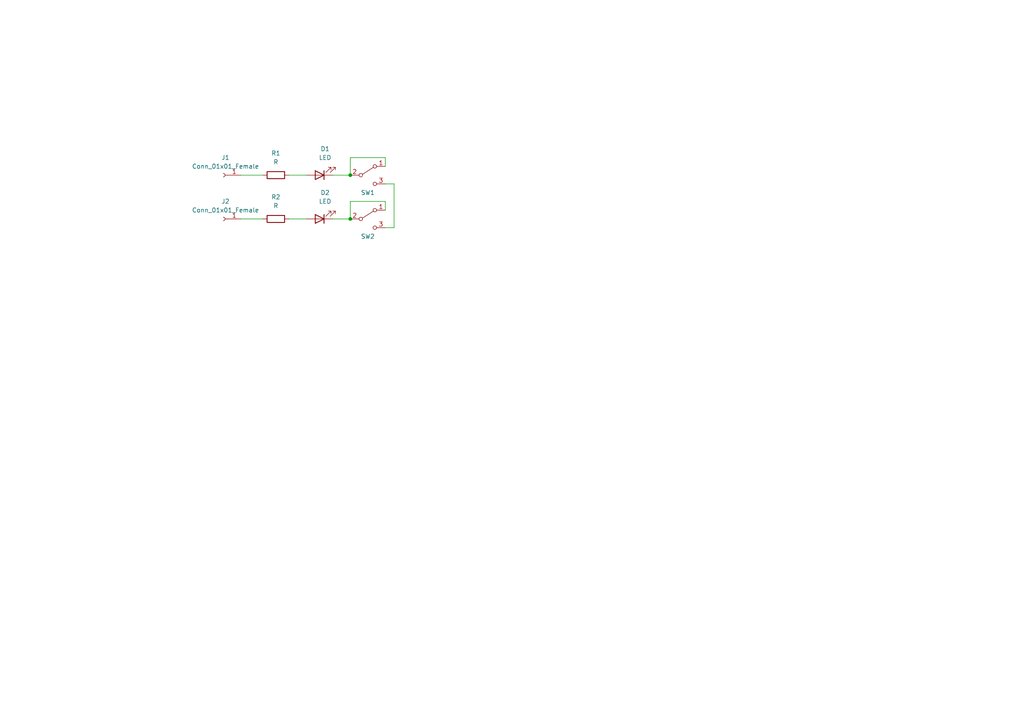
<source format=kicad_sch>
(kicad_sch (version 20211123) (generator eeschema)
  (paper "A4")
  (lib_symbols
    (symbol "Connector:Conn_01x01_Female" (pin_names (offset 1.016) hide)
      (property "Reference" "J" (at 0 2.54 0))
      (property "Value" "Conn_01x01_Female" (at 0 -2.54 0))
      (symbol "Conn_01x01_Female_1_1"
        (polyline (pts (xy -1.27 0) (xy -0.508 0)) (stroke (width 0.1524)))
        (arc (start 0 0.508) (mid -0.508 0) (end 0 -0.508) (stroke (width 0.1524)))
        (pin passive line (at -5.08 0 0) (length 3.81) (name "Pin_1") (number "1"))
      )
    )
    (symbol "Device:LED" (pin_numbers hide) (pin_names (offset 1.016) hide)
      (property "Reference" "D" (at 0 2.54 0))
      (property "Value" "LED" (at 0 -2.54 0))
      (symbol "LED_0_1"
        (polyline (pts (xy -1.27 -1.27) (xy -1.27 1.27)) (stroke (width 0.254)))
        (polyline (pts (xy -1.27 0) (xy 1.27 0)))
        (polyline (pts (xy 1.27 -1.27) (xy 1.27 1.27) (xy -1.27 0) (xy 1.27 -1.27)) (stroke (width 0.254)))
        (polyline (pts (xy -3.048 -0.762) (xy -4.572 -2.286) (xy -3.81 -2.286) (xy -4.572 -2.286) (xy -4.572 -1.524)))
        (polyline (pts (xy -1.778 -0.762) (xy -3.302 -2.286) (xy -2.54 -2.286) (xy -3.302 -2.286) (xy -3.302 -1.524)))
      )
      (symbol "LED_1_1"
        (pin passive line (at -3.81 0 0) (length 2.54) (name "K") (number "1"))
        (pin passive line (at 3.81 0 180) (length 2.54) (name "A") (number "2"))
      )
    )
    (symbol "Device:R" (pin_numbers hide) (pin_names (offset 0))
      (property "Reference" "R" (at 2.032 0 90))
      (property "Value" "R" (at 0 0 90))
      (symbol "R_0_1"
        (rectangle (start -1.016 -2.54) (end 1.016 2.54) (stroke (width 0.254)))
      )
      (symbol "R_1_1"
        (pin passive line (at 0 3.81 270) (length 1.27) (name "~") (number "1"))
        (pin passive line (at 0 -3.81 90) (length 1.27) (name "~") (number "2"))
      )
    )
    (symbol "Switch:SW_SPDT" (pin_names (offset 0) hide)
      (property "Reference" "SW" (at 0 4.318 0))
      (property "Value" "SW_SPDT" (at 0 -5.08 0))
      (symbol "SW_SPDT_0_0"
        (circle (center -2.032 0) (radius 0.508))
        (circle (center 2.032 -2.54) (radius 0.508))
      )
      (symbol "SW_SPDT_0_1"
        (polyline (pts (xy -1.524 0.254) (xy 1.651 2.286)))
        (circle (center 2.032 2.54) (radius 0.508))
      )
      (symbol "SW_SPDT_1_1"
        (pin passive line (at 5.08 2.54 180) (length 2.54) (name "A") (number "1"))
        (pin passive line (at -5.08 0 0) (length 2.54) (name "B") (number "2"))
        (pin passive line (at 5.08 -2.54 180) (length 2.54) (name "C") (number "3"))
      )
    )
  )
  (junction (at 101.6 63.5))
  (junction (at 101.6 50.8))
  (wire (pts (xy 69.85 63.5) (xy 76.2 63.5)))
  (wire (pts (xy 83.82 63.5) (xy 88.9 63.5)))
  (wire (pts (xy 111.76 60.96) (xy 111.76 58.42)))
  (wire (pts (xy 101.6 45.72) (xy 101.6 50.8)))
  (wire (pts (xy 111.76 48.26) (xy 111.76 45.72)))
  (wire (pts (xy 101.6 58.42) (xy 101.6 63.5)))
  (wire (pts (xy 114.3 53.34) (xy 114.3 66.04)))
  (wire (pts (xy 96.52 50.8) (xy 101.6 50.8)))
  (wire (pts (xy 69.85 50.8) (xy 76.2 50.8)))
  (wire (pts (xy 111.76 53.34) (xy 114.3 53.34)))
  (wire (pts (xy 111.76 66.04) (xy 114.3 66.04)))
  (wire (pts (xy 96.52 63.5) (xy 101.6 63.5)))
  (wire (pts (xy 83.82 50.8) (xy 88.9 50.8)))
  (wire (pts (xy 111.76 45.72) (xy 101.6 45.72)))
  (wire (pts (xy 111.76 58.42) (xy 101.6 58.42)))
  (symbol (lib_id "Device:LED") (at 92.71 63.5 180) (unit 1)
    (property "Reference" "D2" (at 94.2975 55.88 0))
    (property "Value" "LED" (at 94.2975 58.42 0))
    (property "Footprint" "LED_THT:LED_D3.0mm" (effects hide))
  )
  (symbol (lib_id "Connector:Conn_01x01_Female") (at 64.77 63.5 180) (unit 1)
    (property "Reference" "J2" (at 65.405 58.42 0))
    (property "Value" "Conn_01x01_Female" (at 65.405 60.96 0))
    (property "Footprint" "Connector_Wire:SolderWire-0.5sqmm_1x01_D0.9mm_OD2.1mm" (effects hide))
  )
  (symbol (lib_id "Device:R") (at 80.01 63.5 90) (unit 1)
    (property "Reference" "R2" (at 80.01 57.15 90))
    (property "Value" "R" (at 80.01 59.69 90))
    (property "Footprint" "Resistor_THT:R_Axial_DIN0207_L6.3mm_D2.5mm_P7.62mm_Horizontal" (effects hide))
  )
  (symbol (lib_id "Device:R") (at 80.01 50.8 90) (unit 1)
    (property "Reference" "R1" (at 80.01 44.45 90))
    (property "Value" "R" (at 80.01 46.99 90))
    (property "Footprint" "Resistor_THT:R_Axial_DIN0207_L6.3mm_D2.5mm_P7.62mm_Horizontal" (effects hide))
  )
  (symbol (lib_id "Device:LED") (at 92.71 50.8 180) (unit 1)
    (property "Reference" "D1" (at 94.2975 43.18 0))
    (property "Value" "LED" (at 94.2975 45.72 0))
    (property "Footprint" "LED_THT:LED_D3.0mm" (effects hide))
  )
  (symbol (lib_id "Switch:SW_SPDT") (at 106.68 63.5 0) (unit 1)
    (property "Reference" "SW2" (at 106.68 68.58 0))
    (property "Value" "SW_SPDT" (effects hide))
    (property "Footprint" "Connector_PinHeader_2.54mm:PinHeader_1x03_P2.54mm_Vertical" (effects hide))
  )
  (symbol (lib_id "Switch:SW_SPDT") (at 106.68 50.8 0) (unit 1)
    (property "Reference" "SW1" (at 106.68 55.88 0))
    (property "Value" "SW_SPDT" (effects hide))
    (property "Footprint" "Connector_PinHeader_2.54mm:PinHeader_1x03_P2.54mm_Vertical" (effects hide))
  )
  (symbol (lib_id "Connector:Conn_01x01_Female") (at 64.77 50.8 180) (unit 1)
    (property "Reference" "J1" (at 65.405 45.72 0))
    (property "Value" "Conn_01x01_Female" (at 65.405 48.26 0))
    (property "Footprint" "Connector_Wire:SolderWire-0.5sqmm_1x01_D0.9mm_OD2.1mm" (effects hide))
  )
)
</source>
